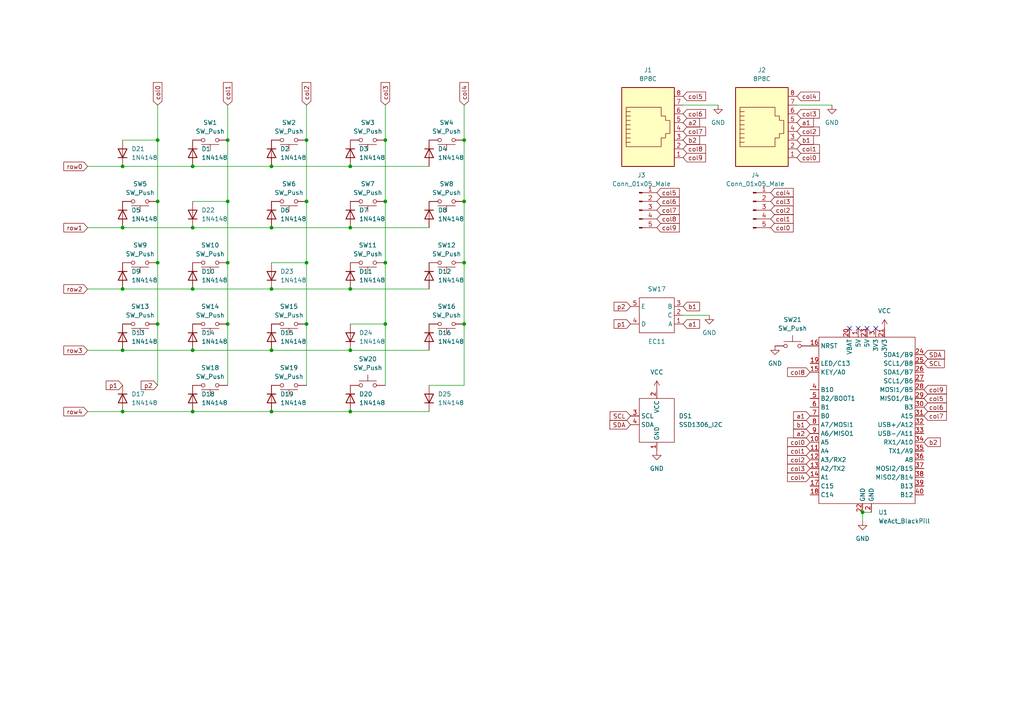
<source format=kicad_sch>
(kicad_sch (version 20211123) (generator eeschema)
  (paper "A4")
  (lib_symbols
    (symbol "Connector:8P8C" (pin_names (offset 1.016))
      (property "Reference" "J" (at -5.08 13.97 0))
      (property "Value" "8P8C" (at 2.54 13.97 0))
      (symbol "8P8C_0_1"
        (polyline (pts (xy -5.08 4.445) (xy -6.35 4.445)))
        (polyline (pts (xy -5.08 5.715) (xy -6.35 5.715)))
        (polyline (pts (xy -6.35 -3.175) (xy -5.08 -3.175) (xy -5.08 -3.175)))
        (polyline (pts (xy -6.35 -1.905) (xy -5.08 -1.905) (xy -5.08 -1.905)))
        (polyline (pts (xy -6.35 -0.635) (xy -5.08 -0.635) (xy -5.08 -0.635)))
        (polyline (pts (xy -6.35 0.635) (xy -5.08 0.635) (xy -5.08 0.635)))
        (polyline (pts (xy -6.35 1.905) (xy -5.08 1.905) (xy -5.08 1.905)))
        (polyline (pts (xy -5.08 3.175) (xy -6.35 3.175) (xy -6.35 3.175)))
        (polyline (pts (xy -6.35 -4.445) (xy -6.35 6.985) (xy 3.81 6.985) (xy 3.81 4.445) (xy 5.08 4.445) (xy 5.08 3.175) (xy 6.35 3.175) (xy 6.35 -0.635) (xy 5.08 -0.635) (xy 5.08 -1.905) (xy 3.81 -1.905) (xy 3.81 -4.445) (xy -6.35 -4.445) (xy -6.35 -4.445)))
        (rectangle (start 7.62 12.7) (end -7.62 -10.16) (stroke (width 0.254)) (fill (type background)))
      )
      (symbol "8P8C_1_1"
        (pin passive line (at 10.16 -7.62 180) (length 2.54) (name "~") (number "1"))
        (pin passive line (at 10.16 -5.08 180) (length 2.54) (name "~") (number "2"))
        (pin passive line (at 10.16 -2.54 180) (length 2.54) (name "~") (number "3"))
        (pin passive line (at 10.16 0 180) (length 2.54) (name "~") (number "4"))
        (pin passive line (at 10.16 2.54 180) (length 2.54) (name "~") (number "5"))
        (pin passive line (at 10.16 5.08 180) (length 2.54) (name "~") (number "6"))
        (pin passive line (at 10.16 7.62 180) (length 2.54) (name "~") (number "7"))
        (pin passive line (at 10.16 10.16 180) (length 2.54) (name "~") (number "8"))
      )
    )
    (symbol "Connector:Conn_01x05_Male" (pin_names (offset 1.016) hide)
      (property "Reference" "J" (at 0 7.62 0))
      (property "Value" "Conn_01x05_Male" (at 0 -7.62 0))
      (symbol "Conn_01x05_Male_1_1"
        (polyline (pts (xy 1.27 -5.08) (xy 0.8636 -5.08)) (stroke (width 0.1524)))
        (polyline (pts (xy 1.27 -2.54) (xy 0.8636 -2.54)) (stroke (width 0.1524)))
        (polyline (pts (xy 1.27 0) (xy 0.8636 0)) (stroke (width 0.1524)))
        (polyline (pts (xy 1.27 2.54) (xy 0.8636 2.54)) (stroke (width 0.1524)))
        (polyline (pts (xy 1.27 5.08) (xy 0.8636 5.08)) (stroke (width 0.1524)))
        (rectangle (start 0.8636 -4.953) (end 0 -5.207) (stroke (width 0.1524)) (fill (type outline)))
        (rectangle (start 0.8636 -2.413) (end 0 -2.667) (stroke (width 0.1524)) (fill (type outline)))
        (rectangle (start 0.8636 0.127) (end 0 -0.127) (stroke (width 0.1524)) (fill (type outline)))
        (rectangle (start 0.8636 2.667) (end 0 2.413) (stroke (width 0.1524)) (fill (type outline)))
        (rectangle (start 0.8636 5.207) (end 0 4.953) (stroke (width 0.1524)) (fill (type outline)))
        (pin passive line (at 5.08 5.08 180) (length 3.81) (name "Pin_1") (number "1"))
        (pin passive line (at 5.08 2.54 180) (length 3.81) (name "Pin_2") (number "2"))
        (pin passive line (at 5.08 0 180) (length 3.81) (name "Pin_3") (number "3"))
        (pin passive line (at 5.08 -2.54 180) (length 3.81) (name "Pin_4") (number "4"))
        (pin passive line (at 5.08 -5.08 180) (length 3.81) (name "Pin_5") (number "5"))
      )
    )
    (symbol "Diode:1N4148" (pin_numbers hide) (pin_names (offset 1.016) hide)
      (property "Reference" "D" (at 0 2.54 0))
      (property "Value" "1N4148" (at 0 -2.54 0))
      (symbol "1N4148_0_1"
        (polyline (pts (xy -1.27 1.27) (xy -1.27 -1.27)) (stroke (width 0.254)))
        (polyline (pts (xy 1.27 0) (xy -1.27 0)))
        (polyline (pts (xy 1.27 1.27) (xy 1.27 -1.27) (xy -1.27 0) (xy 1.27 1.27)) (stroke (width 0.254)))
      )
      (symbol "1N4148_1_1"
        (pin passive line (at -3.81 0 0) (length 2.54) (name "K") (number "1"))
        (pin passive line (at 3.81 0 180) (length 2.54) (name "A") (number "2"))
      )
    )
    (symbol "Switch:SW_Push" (pin_numbers hide) (pin_names (offset 1.016) hide)
      (property "Reference" "SW" (at 1.27 2.54 0))
      (property "Value" "SW_Push" (at 0 -1.524 0))
      (symbol "SW_Push_0_1"
        (circle (center -2.032 0) (radius 0.508))
        (polyline (pts (xy 0 1.27) (xy 0 3.048)))
        (polyline (pts (xy 2.54 1.27) (xy -2.54 1.27)))
        (circle (center 2.032 0) (radius 0.508))
        (pin passive line (at -5.08 0 0) (length 2.54) (name "1") (number "1"))
        (pin passive line (at 5.08 0 180) (length 2.54) (name "2") (number "2"))
      )
    )
    (symbol "cresk:EC11"
      (property "Reference" "SW" (at 0 6.35 0))
      (property "Value" "EC11" (at 0 -6.35 0))
      (symbol "EC11_0_0"
        (pin bidirectional line (at 7.62 -2.54 180) (length 2.54) (name "A") (number "1"))
        (pin power_in line (at 7.62 0 180) (length 2.54) (name "C") (number "2"))
        (pin bidirectional line (at 7.62 2.54 180) (length 2.54) (name "B") (number "3"))
        (pin bidirectional line (at -7.62 -2.54 0) (length 2.54) (name "D") (number "4"))
        (pin bidirectional line (at -7.62 2.54 0) (length 2.54) (name "E") (number "5"))
      )
      (symbol "EC11_0_1"
        (rectangle (start -5.08 -5.08) (end 5.08 5.08))
      )
    )
    (symbol "cresk:SSD1306 I2C"
      (property "Reference" "DS" (at 2.54 11.43 0))
      (property "Value" "SSD1306 I2C" (at 2.54 8.89 0))
      (symbol "SSD1306 I2C_0_0"
        (pin power_in line (at 0 -8.89 90) (length 2.54) (name "GND") (number "1"))
        (pin power_in line (at 0 8.89 270) (length 2.54) (name "VCC") (number "2"))
        (pin bidirectional line (at -7.62 1.27 0) (length 2.54) (name "SCL") (number "3"))
        (pin bidirectional line (at -7.62 -1.27 0) (length 2.54) (name "SDA") (number "4"))
      )
      (symbol "SSD1306 I2C_0_1"
        (rectangle (start -5.08 6.35) (end 5.08 -6.35))
      )
    )
    (symbol "cresk:WeAct_BlackPill"
      (property "Reference" "U" (at 7.62 30.48 0))
      (property "Value" "WeAct_BlackPill" (at 7.62 27.94 0))
      (symbol "WeAct_BlackPill_0_0"
        (pin power_in line (at -2.54 27.94 270) (length 2.54) (name "5V") (number "1"))
        (pin bidirectional line (at -16.51 -5.08 0) (length 2.54) (name "A5") (number "10"))
        (pin bidirectional line (at -16.51 -7.62 0) (length 2.54) (name "A4") (number "11"))
        (pin bidirectional line (at -16.51 -10.16 0) (length 2.54) (name "A3/RX2") (number "12"))
        (pin bidirectional line (at -16.51 -12.7 0) (length 2.54) (name "A2/TX2") (number "13"))
        (pin bidirectional line (at -16.51 -15.24 0) (length 2.54) (name "A1") (number "14"))
        (pin bidirectional line (at -16.51 15.24 0) (length 2.54) (name "KEY/A0") (number "15"))
        (pin input line (at -16.51 22.86 0) (length 2.54) (name "NRST") (number "16"))
        (pin bidirectional line (at -16.51 -17.78 0) (length 2.54) (name "C15") (number "17"))
        (pin bidirectional line (at -16.51 -20.32 0) (length 2.54) (name "C14") (number "18"))
        (pin bidirectional line (at -16.51 17.78 0) (length 2.54) (name "LED/C13") (number "19"))
        (pin power_in line (at 1.27 -25.4 90) (length 2.54) (name "GND") (number "2"))
        (pin power_in line (at -5.08 27.94 270) (length 2.54) (name "VBAT") (number "20"))
        (pin power_in line (at 5.08 27.94 270) (length 2.54) (name "3V3") (number "21"))
        (pin power_in line (at -1.27 -25.4 90) (length 2.54) (name "GND") (number "22"))
        (pin power_in line (at 0 27.94 270) (length 2.54) (name "5V") (number "23"))
        (pin bidirectional line (at 16.51 20.32 180) (length 2.54) (name "SDA1/B9") (number "24"))
        (pin bidirectional line (at 16.51 17.78 180) (length 2.54) (name "SCL1/B8") (number "25"))
        (pin bidirectional line (at 16.51 15.24 180) (length 2.54) (name "SDA1/B7") (number "26"))
        (pin bidirectional line (at 16.51 12.7 180) (length 2.54) (name "SCL1/B6") (number "27"))
        (pin bidirectional line (at 16.51 10.16 180) (length 2.54) (name "MOSI1/B5") (number "28"))
        (pin bidirectional line (at 16.51 7.62 180) (length 2.54) (name "MISO1/B4") (number "29"))
        (pin power_in line (at 2.54 27.94 270) (length 2.54) (name "3V3") (number "3"))
        (pin bidirectional line (at 16.51 5.08 180) (length 2.54) (name "B3") (number "30"))
        (pin bidirectional line (at 16.51 2.54 180) (length 2.54) (name "A15") (number "31"))
        (pin bidirectional line (at 16.51 0 180) (length 2.54) (name "USB+/A12") (number "32"))
        (pin bidirectional line (at 16.51 -2.54 180) (length 2.54) (name "USB-/A11") (number "33"))
        (pin bidirectional line (at 16.51 -5.08 180) (length 2.54) (name "RX1/A10") (number "34"))
        (pin bidirectional line (at 16.51 -7.62 180) (length 2.54) (name "TX1/A9") (number "35"))
        (pin bidirectional line (at 16.51 -10.16 180) (length 2.54) (name "A8") (number "36"))
        (pin bidirectional line (at 16.51 -12.7 180) (length 2.54) (name "MOSI2/B15") (number "37"))
        (pin bidirectional line (at 16.51 -15.24 180) (length 2.54) (name "MISO2/B14") (number "38"))
        (pin bidirectional line (at 16.51 -17.78 180) (length 2.54) (name "B13") (number "39"))
        (pin bidirectional line (at -16.51 10.16 0) (length 2.54) (name "B10") (number "4"))
        (pin bidirectional line (at 16.51 -20.32 180) (length 2.54) (name "B12") (number "40"))
        (pin bidirectional line (at -16.51 7.62 0) (length 2.54) (name "B2/BOOT1") (number "5"))
        (pin bidirectional line (at -16.51 5.08 0) (length 2.54) (name "B1") (number "6"))
        (pin bidirectional line (at -16.51 2.54 0) (length 2.54) (name "B0") (number "7"))
        (pin bidirectional line (at -16.51 0 0) (length 2.54) (name "A7/MOSI1") (number "8"))
        (pin bidirectional line (at -16.51 -2.54 0) (length 2.54) (name "A6/MISO1") (number "9"))
      )
      (symbol "WeAct_BlackPill_0_1"
        (rectangle (start -13.97 25.4) (end 13.97 -22.86))
      )
    )
    (symbol "power:GND" (power) (pin_names (offset 0))
      (property "Value" "GND" (at 0 -3.81 0))
      (symbol "GND_0_1"
        (polyline (pts (xy 0 0) (xy 0 -1.27) (xy 1.27 -1.27) (xy 0 -2.54) (xy -1.27 -1.27) (xy 0 -1.27)))
      )
      (symbol "GND_1_1"
        (pin power_in line (at 0 0 270) (length 0) hide (name "GND") (number "1"))
      )
    )
    (symbol "power:VCC" (power) (pin_names (offset 0))
      (property "Value" "VCC" (at 0 3.81 0))
      (symbol "VCC_0_1"
        (polyline (pts (xy -0.762 1.27) (xy 0 2.54)))
        (polyline (pts (xy 0 0) (xy 0 2.54)))
        (polyline (pts (xy 0 2.54) (xy 0.762 1.27)))
      )
      (symbol "VCC_1_1"
        (pin power_in line (at 0 0 90) (length 0) hide (name "VCC") (number "1"))
      )
    )
  )
  (junction (at 35.56 66.04))
  (junction (at 55.88 48.26))
  (junction (at 35.56 48.26))
  (junction (at 35.56 83.82))
  (junction (at 35.56 119.38))
  (junction (at 78.74 66.04))
  (junction (at 88.9 40.64))
  (junction (at 101.6 101.6))
  (junction (at 78.74 48.26))
  (junction (at 250.19 148.59))
  (junction (at 78.74 101.6))
  (junction (at 45.72 58.42))
  (junction (at 35.56 101.6))
  (junction (at 134.62 40.64))
  (junction (at 111.76 40.64))
  (junction (at 134.62 76.2))
  (junction (at 88.9 93.98))
  (junction (at 66.04 40.64))
  (junction (at 88.9 76.2))
  (junction (at 111.76 93.98))
  (junction (at 45.72 76.2))
  (junction (at 134.62 58.42))
  (junction (at 78.74 119.38))
  (junction (at 101.6 83.82))
  (junction (at 88.9 58.42))
  (junction (at 134.62 93.98))
  (junction (at 55.88 66.04))
  (junction (at 101.6 66.04))
  (junction (at 66.04 76.2))
  (junction (at 66.04 93.98))
  (junction (at 45.72 40.64))
  (junction (at 78.74 83.82))
  (junction (at 101.6 119.38))
  (junction (at 55.88 119.38))
  (junction (at 45.72 93.98))
  (junction (at 111.76 58.42))
  (junction (at 55.88 101.6))
  (junction (at 66.04 58.42))
  (junction (at 101.6 48.26))
  (junction (at 55.88 83.82))
  (junction (at 111.76 76.2))
  (no_connect (at 254 95.25))
  (no_connect (at 251.46 95.25))
  (no_connect (at 248.92 95.25))
  (no_connect (at 246.38 95.25))
  (wire (pts (xy 134.62 93.98) (xy 134.62 111.76)))
  (wire (pts (xy 88.9 30.48) (xy 88.9 40.64)))
  (wire (pts (xy 111.76 76.2) (xy 111.76 93.98)))
  (wire (pts (xy 78.74 83.82) (xy 101.6 83.82)))
  (wire (pts (xy 35.56 119.38) (xy 55.88 119.38)))
  (wire (pts (xy 55.88 83.82) (xy 78.74 83.82)))
  (wire (pts (xy 66.04 30.48) (xy 66.04 40.64)))
  (wire (pts (xy 45.72 30.48) (xy 45.72 40.64)))
  (wire (pts (xy 55.88 58.42) (xy 66.04 58.42)))
  (wire (pts (xy 78.74 76.2) (xy 88.9 76.2)))
  (wire (pts (xy 101.6 48.26) (xy 124.46 48.26)))
  (wire (pts (xy 250.19 148.59) (xy 250.19 151.13)))
  (wire (pts (xy 111.76 40.64) (xy 111.76 58.42)))
  (wire (pts (xy 198.12 30.48) (xy 208.28 30.48)))
  (wire (pts (xy 45.72 58.42) (xy 45.72 76.2)))
  (wire (pts (xy 45.72 93.98) (xy 45.72 111.76)))
  (wire (pts (xy 88.9 40.64) (xy 88.9 58.42)))
  (wire (pts (xy 66.04 40.64) (xy 66.04 58.42)))
  (wire (pts (xy 78.74 48.26) (xy 101.6 48.26)))
  (wire (pts (xy 66.04 76.2) (xy 66.04 93.98)))
  (wire (pts (xy 55.88 66.04) (xy 78.74 66.04)))
  (wire (pts (xy 198.12 91.44) (xy 205.74 91.44)))
  (wire (pts (xy 88.9 93.98) (xy 88.9 111.76)))
  (wire (pts (xy 231.14 30.48) (xy 241.3 30.48)))
  (wire (pts (xy 25.4 119.38) (xy 35.56 119.38)))
  (wire (pts (xy 25.4 66.04) (xy 35.56 66.04)))
  (wire (pts (xy 35.56 83.82) (xy 55.88 83.82)))
  (wire (pts (xy 101.6 93.98) (xy 111.76 93.98)))
  (wire (pts (xy 25.4 48.26) (xy 35.56 48.26)))
  (wire (pts (xy 134.62 76.2) (xy 134.62 93.98)))
  (wire (pts (xy 66.04 93.98) (xy 66.04 111.76)))
  (wire (pts (xy 101.6 66.04) (xy 124.46 66.04)))
  (wire (pts (xy 55.88 48.26) (xy 78.74 48.26)))
  (wire (pts (xy 88.9 76.2) (xy 88.9 93.98)))
  (wire (pts (xy 35.56 66.04) (xy 55.88 66.04)))
  (wire (pts (xy 78.74 101.6) (xy 101.6 101.6)))
  (wire (pts (xy 35.56 101.6) (xy 55.88 101.6)))
  (wire (pts (xy 101.6 83.82) (xy 124.46 83.82)))
  (wire (pts (xy 134.62 40.64) (xy 134.62 58.42)))
  (wire (pts (xy 250.19 148.59) (xy 252.73 148.59)))
  (wire (pts (xy 25.4 101.6) (xy 35.56 101.6)))
  (wire (pts (xy 66.04 58.42) (xy 66.04 76.2)))
  (wire (pts (xy 101.6 119.38) (xy 124.46 119.38)))
  (wire (pts (xy 55.88 101.6) (xy 78.74 101.6)))
  (wire (pts (xy 35.56 40.64) (xy 45.72 40.64)))
  (wire (pts (xy 78.74 119.38) (xy 101.6 119.38)))
  (wire (pts (xy 101.6 101.6) (xy 124.46 101.6)))
  (wire (pts (xy 88.9 58.42) (xy 88.9 76.2)))
  (wire (pts (xy 35.56 48.26) (xy 55.88 48.26)))
  (wire (pts (xy 111.76 93.98) (xy 111.76 111.76)))
  (wire (pts (xy 78.74 66.04) (xy 101.6 66.04)))
  (wire (pts (xy 134.62 30.48) (xy 134.62 40.64)))
  (wire (pts (xy 55.88 119.38) (xy 78.74 119.38)))
  (wire (pts (xy 111.76 58.42) (xy 111.76 76.2)))
  (wire (pts (xy 25.4 83.82) (xy 35.56 83.82)))
  (wire (pts (xy 134.62 58.42) (xy 134.62 76.2)))
  (wire (pts (xy 45.72 76.2) (xy 45.72 93.98)))
  (wire (pts (xy 111.76 30.48) (xy 111.76 40.64)))
  (wire (pts (xy 45.72 40.64) (xy 45.72 58.42)))
  (wire (pts (xy 124.46 111.76) (xy 134.62 111.76)))
  (global_label "p1" (shape input) (at 35.56 111.76 180) (property "Intersheet References" "${INTERSHEET_REFS}" (effects hide)))
  (global_label "col0" (shape input) (at 223.52 66.04 0) (property "Intersheet References" "${INTERSHEET_REFS}" (effects hide)))
  (global_label "col4" (shape input) (at 134.62 30.48 90) (property "Intersheet References" "${INTERSHEET_REFS}" (effects hide)))
  (global_label "col3" (shape input) (at 111.76 30.48 90) (property "Intersheet References" "${INTERSHEET_REFS}" (effects hide)))
  (global_label "row0" (shape input) (at 25.4 48.26 180) (property "Intersheet References" "${INTERSHEET_REFS}" (effects hide)))
  (global_label "row4" (shape input) (at 25.4 119.38 180) (property "Intersheet References" "${INTERSHEET_REFS}" (effects hide)))
  (global_label "SCL" (shape input) (at 267.97 105.41 0) (property "Intersheet References" "${INTERSHEET_REFS}" (effects hide)))
  (global_label "col1" (shape input) (at 234.95 130.81 180) (property "Intersheet References" "${INTERSHEET_REFS}" (effects hide)))
  (global_label "col0" (shape input) (at 234.95 128.27 180) (property "Intersheet References" "${INTERSHEET_REFS}" (effects hide)))
  (global_label "row2" (shape input) (at 25.4 83.82 180) (property "Intersheet References" "${INTERSHEET_REFS}" (effects hide)))
  (global_label "col9" (shape input) (at 267.97 113.03 0) (property "Intersheet References" "${INTERSHEET_REFS}" (effects hide)))
  (global_label "col7" (shape input) (at 198.12 38.1 0) (property "Intersheet References" "${INTERSHEET_REFS}" (effects hide)))
  (global_label "col1" (shape input) (at 223.52 63.5 0) (property "Intersheet References" "${INTERSHEET_REFS}" (effects hide)))
  (global_label "col2" (shape input) (at 234.95 133.35 180) (property "Intersheet References" "${INTERSHEET_REFS}" (effects hide)))
  (global_label "row3" (shape input) (at 25.4 101.6 180) (property "Intersheet References" "${INTERSHEET_REFS}" (effects hide)))
  (global_label "col4" (shape input) (at 231.14 27.94 0) (property "Intersheet References" "${INTERSHEET_REFS}" (effects hide)))
  (global_label "a1" (shape input) (at 198.12 93.98 0) (property "Intersheet References" "${INTERSHEET_REFS}" (effects hide)))
  (global_label "p2" (shape input) (at 45.72 111.76 180) (property "Intersheet References" "${INTERSHEET_REFS}" (effects hide)))
  (global_label "col8" (shape input) (at 190.5 63.5 0) (property "Intersheet References" "${INTERSHEET_REFS}" (effects hide)))
  (global_label "col6" (shape input) (at 267.97 118.11 0) (property "Intersheet References" "${INTERSHEET_REFS}" (effects hide)))
  (global_label "SCL" (shape input) (at 182.88 120.65 180) (property "Intersheet References" "${INTERSHEET_REFS}" (effects hide)))
  (global_label "col6" (shape input) (at 198.12 33.02 0) (property "Intersheet References" "${INTERSHEET_REFS}" (effects hide)))
  (global_label "b1" (shape input) (at 198.12 88.9 0) (property "Intersheet References" "${INTERSHEET_REFS}" (effects hide)))
  (global_label "col2" (shape input) (at 231.14 38.1 0) (property "Intersheet References" "${INTERSHEET_REFS}" (effects hide)))
  (global_label "col3" (shape input) (at 223.52 58.42 0) (property "Intersheet References" "${INTERSHEET_REFS}" (effects hide)))
  (global_label "col7" (shape input) (at 267.97 120.65 0) (property "Intersheet References" "${INTERSHEET_REFS}" (effects hide)))
  (global_label "col0" (shape input) (at 231.14 45.72 0) (property "Intersheet References" "${INTERSHEET_REFS}" (effects hide)))
  (global_label "col4" (shape input) (at 223.52 55.88 0) (property "Intersheet References" "${INTERSHEET_REFS}" (effects hide)))
  (global_label "col6" (shape input) (at 190.5 58.42 0) (property "Intersheet References" "${INTERSHEET_REFS}" (effects hide)))
  (global_label "a2" (shape input) (at 198.12 35.56 0) (property "Intersheet References" "${INTERSHEET_REFS}" (effects hide)))
  (global_label "col3" (shape input) (at 234.95 135.89 180) (property "Intersheet References" "${INTERSHEET_REFS}" (effects hide)))
  (global_label "col2" (shape input) (at 88.9 30.48 90) (property "Intersheet References" "${INTERSHEET_REFS}" (effects hide)))
  (global_label "SDA" (shape input) (at 267.97 102.87 0) (property "Intersheet References" "${INTERSHEET_REFS}" (effects hide)))
  (global_label "col9" (shape input) (at 198.12 45.72 0) (property "Intersheet References" "${INTERSHEET_REFS}" (effects hide)))
  (global_label "a1" (shape input) (at 234.95 120.65 180) (property "Intersheet References" "${INTERSHEET_REFS}" (effects hide)))
  (global_label "col5" (shape input) (at 190.5 55.88 0) (property "Intersheet References" "${INTERSHEET_REFS}" (effects hide)))
  (global_label "b2" (shape input) (at 198.12 40.64 0) (property "Intersheet References" "${INTERSHEET_REFS}" (effects hide)))
  (global_label "col5" (shape input) (at 267.97 115.57 0) (property "Intersheet References" "${INTERSHEET_REFS}" (effects hide)))
  (global_label "row1" (shape input) (at 25.4 66.04 180) (property "Intersheet References" "${INTERSHEET_REFS}" (effects hide)))
  (global_label "b1" (shape input) (at 234.95 123.19 180) (property "Intersheet References" "${INTERSHEET_REFS}" (effects hide)))
  (global_label "col8" (shape input) (at 234.95 107.95 180) (property "Intersheet References" "${INTERSHEET_REFS}" (effects hide)))
  (global_label "b2" (shape input) (at 267.97 128.27 0) (property "Intersheet References" "${INTERSHEET_REFS}" (effects hide)))
  (global_label "a1" (shape input) (at 231.14 35.56 0) (property "Intersheet References" "${INTERSHEET_REFS}" (effects hide)))
  (global_label "p1" (shape input) (at 182.88 93.98 180) (property "Intersheet References" "${INTERSHEET_REFS}" (effects hide)))
  (global_label "b1" (shape input) (at 231.14 40.64 0) (property "Intersheet References" "${INTERSHEET_REFS}" (effects hide)))
  (global_label "col8" (shape input) (at 198.12 43.18 0) (property "Intersheet References" "${INTERSHEET_REFS}" (effects hide)))
  (global_label "col9" (shape input) (at 190.5 66.04 0) (property "Intersheet References" "${INTERSHEET_REFS}" (effects hide)))
  (global_label "col1" (shape input) (at 231.14 43.18 0) (property "Intersheet References" "${INTERSHEET_REFS}" (effects hide)))
  (global_label "col4" (shape input) (at 234.95 138.43 180) (property "Intersheet References" "${INTERSHEET_REFS}" (effects hide)))
  (global_label "col1" (shape input) (at 66.04 30.48 90) (property "Intersheet References" "${INTERSHEET_REFS}" (effects hide)))
  (global_label "a2" (shape input) (at 234.95 125.73 180) (property "Intersheet References" "${INTERSHEET_REFS}" (effects hide)))
  (global_label "col7" (shape input) (at 190.5 60.96 0) (property "Intersheet References" "${INTERSHEET_REFS}" (effects hide)))
  (global_label "p2" (shape input) (at 182.88 88.9 180) (property "Intersheet References" "${INTERSHEET_REFS}" (effects hide)))
  (global_label "col3" (shape input) (at 231.14 33.02 0) (property "Intersheet References" "${INTERSHEET_REFS}" (effects hide)))
  (global_label "col2" (shape input) (at 223.52 60.96 0) (property "Intersheet References" "${INTERSHEET_REFS}" (effects hide)))
  (global_label "col5" (shape input) (at 198.12 27.94 0) (property "Intersheet References" "${INTERSHEET_REFS}" (effects hide)))
  (global_label "col0" (shape input) (at 45.72 30.48 90) (property "Intersheet References" "${INTERSHEET_REFS}" (effects hide)))
  (global_label "SDA" (shape input) (at 182.88 123.19 180) (property "Intersheet References" "${INTERSHEET_REFS}" (effects hide)))
  (symbol (lib_id "Switch:SW_Push") (at 83.82 93.98 180) (unit 1)
    (property "Reference" "SW15" (at 83.82 88.9 0))
    (property "Value" "SW_Push" (at 83.82 91.44 0))
    (property "Footprint" "cresk:SW_MX_1u_Reversible" (effects hide))
  )
  (symbol (lib_id "Diode:1N4148") (at 101.6 44.45 270) (unit 1)
    (property "Reference" "D3" (at 104.14 43.1799 90) (effects (justify left)))
    (property "Value" "1N4148" (at 104.14 45.7199 90) (effects (justify left)))
    (property "Footprint" "cresk:D_DO-35" (effects hide))
    (property "Datasheet" "https://assets.nexperia.com/documents/data-sheet/1N4148_1N4448.pdf" (effects hide))
  )
  (symbol (lib_id "Switch:SW_Push") (at 106.68 111.76 0) (unit 1)
    (property "Reference" "SW20" (at 106.68 104.14 0))
    (property "Value" "SW_Push" (at 106.68 106.68 0))
    (property "Footprint" "cresk:SW_MX_1u_Reversible" (effects hide))
  )
  (symbol (lib_id "Diode:1N4148") (at 35.56 44.45 90) (unit 1)
    (property "Reference" "D21" (at 38.1 43.1799 90) (effects (justify right)))
    (property "Value" "1N4148" (at 38.1 45.7199 90) (effects (justify right)))
    (property "Footprint" "cresk:D_DO-35" (effects hide))
    (property "Datasheet" "https://assets.nexperia.com/documents/data-sheet/1N4148_1N4448.pdf" (effects hide))
  )
  (symbol (lib_id "Switch:SW_Push") (at 106.68 40.64 180) (unit 1)
    (property "Reference" "SW3" (at 106.68 35.56 0))
    (property "Value" "SW_Push" (at 106.68 38.1 0))
    (property "Footprint" "cresk:SW_MX_1u_Reversible" (effects hide))
  )
  (symbol (lib_id "power:GND") (at 190.5 130.81 0) (unit 1)
    (property "Reference" "#PWR0106" (effects hide))
    (property "Value" "GND" (at 190.5 135.89 0))
  )
  (symbol (lib_id "power:VCC") (at 190.5 113.03 0) (unit 1)
    (property "Reference" "#PWR0105" (effects hide))
    (property "Value" "VCC" (at 190.5 107.95 0))
  )
  (symbol (lib_id "Switch:SW_Push") (at 40.64 76.2 180) (unit 1)
    (property "Reference" "SW9" (at 40.64 71.12 0))
    (property "Value" "SW_Push" (at 40.64 73.66 0))
    (property "Footprint" "cresk:SW_MX_1u_Reversible" (effects hide))
  )
  (symbol (lib_id "Switch:SW_Push") (at 129.54 58.42 180) (unit 1)
    (property "Reference" "SW8" (at 129.54 53.34 0))
    (property "Value" "SW_Push" (at 129.54 55.88 0))
    (property "Footprint" "cresk:SW_MX_1u_Reversible" (effects hide))
  )
  (symbol (lib_id "Diode:1N4148") (at 35.56 97.79 270) (unit 1)
    (property "Reference" "D13" (at 38.1 96.5199 90) (effects (justify left)))
    (property "Value" "1N4148" (at 38.1 99.0599 90) (effects (justify left)))
    (property "Footprint" "cresk:D_DO-35" (effects hide))
    (property "Datasheet" "https://assets.nexperia.com/documents/data-sheet/1N4148_1N4448.pdf" (effects hide))
  )
  (symbol (lib_id "Diode:1N4148") (at 78.74 80.01 90) (unit 1)
    (property "Reference" "D23" (at 81.28 78.7399 90) (effects (justify right)))
    (property "Value" "1N4148" (at 81.28 81.2799 90) (effects (justify right)))
    (property "Footprint" "cresk:D_DO-35" (effects hide))
    (property "Datasheet" "https://assets.nexperia.com/documents/data-sheet/1N4148_1N4448.pdf" (effects hide))
  )
  (symbol (lib_id "Connector:Conn_01x05_Male") (at 218.44 60.96 0) (unit 1)
    (property "Reference" "J4" (at 219.075 50.8 0))
    (property "Value" "Conn_01x05_Male" (at 219.075 53.34 0))
    (property "Footprint" "cresk:J-01x05" (effects hide))
  )
  (symbol (lib_id "Diode:1N4148") (at 35.56 62.23 270) (unit 1)
    (property "Reference" "D5" (at 38.1 60.9599 90) (effects (justify left)))
    (property "Value" "1N4148" (at 38.1 63.4999 90) (effects (justify left)))
    (property "Footprint" "cresk:D_DO-35" (effects hide))
    (property "Datasheet" "https://assets.nexperia.com/documents/data-sheet/1N4148_1N4448.pdf" (effects hide))
  )
  (symbol (lib_id "Connector:8P8C") (at 220.98 38.1 0) (unit 1)
    (property "Reference" "J2" (at 220.98 20.32 0))
    (property "Value" "8P8C" (at 220.98 22.86 0))
    (property "Footprint" "Connector_RJ:RJ45_Ninigi_GE" (effects hide))
  )
  (symbol (lib_id "Diode:1N4148") (at 124.46 97.79 270) (unit 1)
    (property "Reference" "D16" (at 127 96.5199 90) (effects (justify left)))
    (property "Value" "1N4148" (at 127 99.0599 90) (effects (justify left)))
    (property "Footprint" "cresk:D_DO-35" (effects hide))
    (property "Datasheet" "https://assets.nexperia.com/documents/data-sheet/1N4148_1N4448.pdf" (effects hide))
  )
  (symbol (lib_id "Switch:SW_Push") (at 129.54 40.64 180) (unit 1)
    (property "Reference" "SW4" (at 129.54 35.56 0))
    (property "Value" "SW_Push" (at 129.54 38.1 0))
    (property "Footprint" "cresk:SW_MX_1u_Reversible" (effects hide))
  )
  (symbol (lib_id "Connector:8P8C") (at 187.96 38.1 0) (unit 1)
    (property "Reference" "J1" (at 187.96 20.32 0))
    (property "Value" "8P8C" (at 187.96 22.86 0))
    (property "Footprint" "Connector_RJ:RJ45_Ninigi_GE" (effects hide))
  )
  (symbol (lib_id "Diode:1N4148") (at 124.46 80.01 270) (unit 1)
    (property "Reference" "D12" (at 127 78.7399 90) (effects (justify left)))
    (property "Value" "1N4148" (at 127 81.2799 90) (effects (justify left)))
    (property "Footprint" "cresk:D_DO-35" (effects hide))
    (property "Datasheet" "https://assets.nexperia.com/documents/data-sheet/1N4148_1N4448.pdf" (effects hide))
  )
  (symbol (lib_id "Diode:1N4148") (at 78.74 97.79 270) (unit 1)
    (property "Reference" "D15" (at 81.28 96.5199 90) (effects (justify left)))
    (property "Value" "1N4148" (at 81.28 99.0599 90) (effects (justify left)))
    (property "Footprint" "cresk:D_DO-35" (effects hide))
    (property "Datasheet" "https://assets.nexperia.com/documents/data-sheet/1N4148_1N4448.pdf" (effects hide))
  )
  (symbol (lib_id "Connector:Conn_01x05_Male") (at 185.42 60.96 0) (unit 1)
    (property "Reference" "J3" (at 186.055 50.8 0))
    (property "Value" "Conn_01x05_Male" (at 186.055 53.34 0))
    (property "Footprint" "cresk:J-01x05" (effects hide))
  )
  (symbol (lib_id "Diode:1N4148") (at 124.46 115.57 90) (unit 1)
    (property "Reference" "D25" (at 127 114.2999 90) (effects (justify right)))
    (property "Value" "1N4148" (at 127 116.8399 90) (effects (justify right)))
    (property "Footprint" "cresk:D_DO-35" (effects hide))
    (property "Datasheet" "https://assets.nexperia.com/documents/data-sheet/1N4148_1N4448.pdf" (effects hide))
  )
  (symbol (lib_id "Switch:SW_Push") (at 40.64 58.42 180) (unit 1)
    (property "Reference" "SW5" (at 40.64 53.34 0))
    (property "Value" "SW_Push" (at 40.64 55.88 0))
    (property "Footprint" "cresk:SW_MX_1u_Reversible" (effects hide))
  )
  (symbol (lib_id "Switch:SW_Push") (at 60.96 93.98 180) (unit 1)
    (property "Reference" "SW14" (at 60.96 88.9 0))
    (property "Value" "SW_Push" (at 60.96 91.44 0))
    (property "Footprint" "cresk:SW_MX_1u_Reversible" (effects hide))
  )
  (symbol (lib_id "power:GND") (at 208.28 30.48 0) (unit 1)
    (property "Reference" "#PWR0101" (effects hide))
    (property "Value" "GND" (at 208.28 35.56 0))
  )
  (symbol (lib_id "Diode:1N4148") (at 55.88 62.23 90) (unit 1)
    (property "Reference" "D22" (at 58.42 60.9599 90) (effects (justify right)))
    (property "Value" "1N4148" (at 58.42 63.4999 90) (effects (justify right)))
    (property "Footprint" "cresk:D_DO-35" (effects hide))
    (property "Datasheet" "https://assets.nexperia.com/documents/data-sheet/1N4148_1N4448.pdf" (effects hide))
  )
  (symbol (lib_id "cresk:WeAct_BlackPill") (at 251.46 123.19 0) (unit 1)
    (property "Reference" "U1" (at 254.7494 148.59 0) (effects (justify left)))
    (property "Value" "WeAct_BlackPill" (at 254.7494 151.13 0) (effects (justify left)))
    (property "Footprint" "cresk:WeAct_BlackPill_Flipped" (effects hide))
  )
  (symbol (lib_id "power:GND") (at 250.19 151.13 0) (unit 1)
    (property "Reference" "#PWR0102" (effects hide))
    (property "Value" "GND" (at 250.19 156.21 0))
  )
  (symbol (lib_id "Diode:1N4148") (at 101.6 80.01 270) (unit 1)
    (property "Reference" "D11" (at 104.14 78.7399 90) (effects (justify left)))
    (property "Value" "1N4148" (at 104.14 81.2799 90) (effects (justify left)))
    (property "Footprint" "cresk:D_DO-35" (effects hide))
    (property "Datasheet" "https://assets.nexperia.com/documents/data-sheet/1N4148_1N4448.pdf" (effects hide))
  )
  (symbol (lib_id "Switch:SW_Push") (at 40.64 93.98 180) (unit 1)
    (property "Reference" "SW13" (at 40.64 88.9 0))
    (property "Value" "SW_Push" (at 40.64 91.44 0))
    (property "Footprint" "cresk:SW_MX_1u_Reversible" (effects hide))
  )
  (symbol (lib_id "Switch:SW_Push") (at 60.96 40.64 180) (unit 1)
    (property "Reference" "SW1" (at 60.96 35.56 0))
    (property "Value" "SW_Push" (at 60.96 38.1 0))
    (property "Footprint" "cresk:SW_MX_1u_Reversible" (effects hide))
  )
  (symbol (lib_id "Switch:SW_Push") (at 106.68 76.2 180) (unit 1)
    (property "Reference" "SW11" (at 106.68 71.12 0))
    (property "Value" "SW_Push" (at 106.68 73.66 0))
    (property "Footprint" "cresk:SW_MX_1u_Reversible" (effects hide))
  )
  (symbol (lib_id "Diode:1N4148") (at 55.88 44.45 270) (unit 1)
    (property "Reference" "D1" (at 58.42 43.1799 90) (effects (justify left)))
    (property "Value" "1N4148" (at 58.42 45.7199 90) (effects (justify left)))
    (property "Footprint" "cresk:D_DO-35" (effects hide))
    (property "Datasheet" "https://assets.nexperia.com/documents/data-sheet/1N4148_1N4448.pdf" (effects hide))
  )
  (symbol (lib_id "power:GND") (at 224.79 100.33 0) (unit 1)
    (property "Reference" "#PWR0108" (effects hide))
    (property "Value" "GND" (at 224.79 105.41 0))
  )
  (symbol (lib_id "Diode:1N4148") (at 78.74 62.23 270) (unit 1)
    (property "Reference" "D6" (at 81.28 60.9599 90) (effects (justify left)))
    (property "Value" "1N4148" (at 81.28 63.4999 90) (effects (justify left)))
    (property "Footprint" "cresk:D_DO-35" (effects hide))
    (property "Datasheet" "https://assets.nexperia.com/documents/data-sheet/1N4148_1N4448.pdf" (effects hide))
  )
  (symbol (lib_id "Diode:1N4148") (at 101.6 62.23 270) (unit 1)
    (property "Reference" "D7" (at 104.14 60.9599 90) (effects (justify left)))
    (property "Value" "1N4148" (at 104.14 63.4999 90) (effects (justify left)))
    (property "Footprint" "cresk:D_DO-35" (effects hide))
    (property "Datasheet" "https://assets.nexperia.com/documents/data-sheet/1N4148_1N4448.pdf" (effects hide))
  )
  (symbol (lib_id "Diode:1N4148") (at 124.46 62.23 270) (unit 1)
    (property "Reference" "D8" (at 127 60.9599 90) (effects (justify left)))
    (property "Value" "1N4148" (at 127 63.4999 90) (effects (justify left)))
    (property "Footprint" "cresk:D_DO-35" (effects hide))
    (property "Datasheet" "https://assets.nexperia.com/documents/data-sheet/1N4148_1N4448.pdf" (effects hide))
  )
  (symbol (lib_id "Switch:SW_Push") (at 83.82 58.42 180) (unit 1)
    (property "Reference" "SW6" (at 83.82 53.34 0))
    (property "Value" "SW_Push" (at 83.82 55.88 0))
    (property "Footprint" "cresk:SW_MX_1u_Reversible" (effects hide))
  )
  (symbol (lib_id "Diode:1N4148") (at 35.56 115.57 270) (unit 1)
    (property "Reference" "D17" (at 38.1 114.2999 90) (effects (justify left)))
    (property "Value" "1N4148" (at 38.1 116.8399 90) (effects (justify left)))
    (property "Footprint" "cresk:D_DO-35" (effects hide))
    (property "Datasheet" "https://assets.nexperia.com/documents/data-sheet/1N4148_1N4448.pdf" (effects hide))
  )
  (symbol (lib_id "Switch:SW_Push") (at 60.96 111.76 180) (unit 1)
    (property "Reference" "SW18" (at 60.96 106.68 0))
    (property "Value" "SW_Push" (at 60.96 109.22 0))
    (property "Footprint" "cresk:SW_MX_1u_Reversible" (effects hide))
  )
  (symbol (lib_id "Switch:SW_Push") (at 83.82 40.64 180) (unit 1)
    (property "Reference" "SW2" (at 83.82 35.56 0))
    (property "Value" "SW_Push" (at 83.82 38.1 0))
    (property "Footprint" "cresk:SW_MX_1u_Reversible" (effects hide))
  )
  (symbol (lib_id "Diode:1N4148") (at 55.88 80.01 270) (unit 1)
    (property "Reference" "D10" (at 58.42 78.7399 90) (effects (justify left)))
    (property "Value" "1N4148" (at 58.42 81.2799 90) (effects (justify left)))
    (property "Footprint" "cresk:D_DO-35" (effects hide))
    (property "Datasheet" "https://assets.nexperia.com/documents/data-sheet/1N4148_1N4448.pdf" (effects hide))
  )
  (symbol (lib_id "Switch:SW_Push") (at 83.82 111.76 180) (unit 1)
    (property "Reference" "SW19" (at 83.82 106.68 0))
    (property "Value" "SW_Push" (at 83.82 109.22 0))
    (property "Footprint" "cresk:SW_MX_1u_Reversible" (effects hide))
  )
  (symbol (lib_id "power:GND") (at 241.3 30.48 0) (unit 1)
    (property "Reference" "#PWR0107" (effects hide))
    (property "Value" "GND" (at 241.3 35.56 0))
  )
  (symbol (lib_id "power:VCC") (at 256.54 95.25 0) (unit 1)
    (property "Reference" "#PWR0104" (effects hide))
    (property "Value" "VCC" (at 256.54 90.17 0))
  )
  (symbol (lib_id "Diode:1N4148") (at 101.6 115.57 270) (unit 1)
    (property "Reference" "D20" (at 104.14 114.2999 90) (effects (justify left)))
    (property "Value" "1N4148" (at 104.14 116.8399 90) (effects (justify left)))
    (property "Footprint" "cresk:D_DO-35" (effects hide))
    (property "Datasheet" "https://assets.nexperia.com/documents/data-sheet/1N4148_1N4448.pdf" (effects hide))
  )
  (symbol (lib_id "cresk:EC11") (at 190.5 91.44 0) (unit 1)
    (property "Reference" "SW17" (at 190.5 83.82 0))
    (property "Value" "EC11" (at 190.5 99.06 0))
    (property "Footprint" "cresk:EC11" (effects hide))
  )
  (symbol (lib_id "Diode:1N4148") (at 101.6 97.79 90) (unit 1)
    (property "Reference" "D24" (at 104.14 96.5199 90) (effects (justify right)))
    (property "Value" "1N4148" (at 104.14 99.0599 90) (effects (justify right)))
    (property "Footprint" "cresk:D_DO-35" (effects hide))
    (property "Datasheet" "https://assets.nexperia.com/documents/data-sheet/1N4148_1N4448.pdf" (effects hide))
  )
  (symbol (lib_id "Diode:1N4148") (at 35.56 80.01 270) (unit 1)
    (property "Reference" "D9" (at 38.1 78.7399 90) (effects (justify left)))
    (property "Value" "1N4148" (at 38.1 81.2799 90) (effects (justify left)))
    (property "Footprint" "cresk:D_DO-35" (effects hide))
    (property "Datasheet" "https://assets.nexperia.com/documents/data-sheet/1N4148_1N4448.pdf" (effects hide))
  )
  (symbol (lib_id "Switch:SW_Push") (at 229.87 100.33 0) (unit 1)
    (property "Reference" "SW21" (at 229.87 92.71 0))
    (property "Value" "SW_Push" (at 229.87 95.25 0))
    (property "Footprint" "Button_Switch_THT:SW_PUSH_6mm" (effects hide))
  )
  (symbol (lib_id "Diode:1N4148") (at 55.88 97.79 270) (unit 1)
    (property "Reference" "D14" (at 58.42 96.5199 90) (effects (justify left)))
    (property "Value" "1N4148" (at 58.42 99.0599 90) (effects (justify left)))
    (property "Footprint" "cresk:D_DO-35" (effects hide))
    (property "Datasheet" "https://assets.nexperia.com/documents/data-sheet/1N4148_1N4448.pdf" (effects hide))
  )
  (symbol (lib_id "Switch:SW_Push") (at 106.68 58.42 180) (unit 1)
    (property "Reference" "SW7" (at 106.68 53.34 0))
    (property "Value" "SW_Push" (at 106.68 55.88 0))
    (property "Footprint" "cresk:SW_MX_1u_Reversible" (effects hide))
  )
  (symbol (lib_id "Switch:SW_Push") (at 60.96 76.2 180) (unit 1)
    (property "Reference" "SW10" (at 60.96 71.12 0))
    (property "Value" "SW_Push" (at 60.96 73.66 0))
    (property "Footprint" "cresk:SW_MX_1u_Reversible" (effects hide))
  )
  (symbol (lib_id "power:GND") (at 205.74 91.44 0) (unit 1)
    (property "Reference" "#PWR0103" (effects hide))
    (property "Value" "GND" (at 205.74 96.52 0))
  )
  (symbol (lib_id "Switch:SW_Push") (at 129.54 76.2 180) (unit 1)
    (property "Reference" "SW12" (at 129.54 71.12 0))
    (property "Value" "SW_Push" (at 129.54 73.66 0))
    (property "Footprint" "cresk:SW_MX_1u_Reversible" (effects hide))
  )
  (symbol (lib_id "Switch:SW_Push") (at 129.54 93.98 180) (unit 1)
    (property "Reference" "SW16" (at 129.54 88.9 0))
    (property "Value" "SW_Push" (at 129.54 91.44 0))
    (property "Footprint" "cresk:SW_MX_1u_Reversible" (effects hide))
  )
  (symbol (lib_id "Diode:1N4148") (at 55.88 115.57 270) (unit 1)
    (property "Reference" "D18" (at 58.42 114.2999 90) (effects (justify left)))
    (property "Value" "1N4148" (at 58.42 116.8399 90) (effects (justify left)))
    (property "Footprint" "cresk:D_DO-35" (effects hide))
    (property "Datasheet" "https://assets.nexperia.com/documents/data-sheet/1N4148_1N4448.pdf" (effects hide))
  )
  (symbol (lib_id "cresk:SSD1306 I2C") (at 190.5 121.92 0) (unit 1)
    (property "Reference" "DS1" (at 196.85 120.6499 0) (effects (justify left)))
    (property "Value" "SSD1306_I2C" (at 196.85 123.1899 0) (effects (justify left)))
    (property "Footprint" "cresk:SSD1306_I2C" (effects hide))
  )
  (symbol (lib_id "Diode:1N4148") (at 78.74 44.45 270) (unit 1)
    (property "Reference" "D2" (at 81.28 43.1799 90) (effects (justify left)))
    (property "Value" "1N4148" (at 81.28 45.7199 90) (effects (justify left)))
    (property "Footprint" "cresk:D_DO-35" (effects hide))
    (property "Datasheet" "https://assets.nexperia.com/documents/data-sheet/1N4148_1N4448.pdf" (effects hide))
  )
  (symbol (lib_id "Diode:1N4148") (at 124.46 44.45 270) (unit 1)
    (property "Reference" "D4" (at 127 43.1799 90) (effects (justify left)))
    (property "Value" "1N4148" (at 127 45.7199 90) (effects (justify left)))
    (property "Footprint" "cresk:D_DO-35" (effects hide))
    (property "Datasheet" "https://assets.nexperia.com/documents/data-sheet/1N4148_1N4448.pdf" (effects hide))
  )
  (symbol (lib_id "Diode:1N4148") (at 78.74 115.57 270) (unit 1)
    (property "Reference" "D19" (at 81.28 114.2999 90) (effects (justify left)))
    (property "Value" "1N4148" (at 81.28 116.8399 90) (effects (justify left)))
    (property "Footprint" "cresk:D_DO-35" (effects hide))
    (property "Datasheet" "https://assets.nexperia.com/documents/data-sheet/1N4148_1N4448.pdf" (effects hide))
  )
)
</source>
